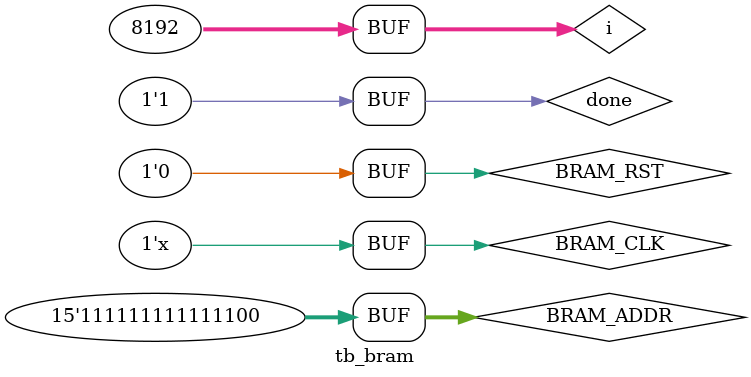
<source format=v>
`timescale 1ns / 1ps


module tb_bram();
    parameter integer BRAM_ADDR_WIDTH = 15;
    parameter INIT_FILE = "input.txt";
    parameter OUT_FILE = "output.txt";
    
    reg [BRAM_ADDR_WIDTH-1:0] BRAM_ADDR;
    reg BRAM_CLK;
    reg BRAM_RST;
//    reg [3:0] BRAM_WE_SRC;
    reg [31:0] BRAM_WRDATA;
    wire [31:0] BRAM_RDDATA;
    reg done;
    
    wire [31:0] temp;
    
    integer i;
    
    initial begin
        BRAM_CLK <= 1;
        BRAM_RST <= 0;
        done <= 0;
        #6;
        
        for(i=0;i<8192;i=i+1) begin
            BRAM_ADDR = 4*i;
            #6;
        end
        done = 1;
    end
    
    always #1 BRAM_CLK = ~BRAM_CLK;
    
    my_bram #(.BRAM_ADDR_WIDTH(15), .INIT_FILE(INIT_FILE), .OUT_FILE("output1.txt")) SRC (BRAM_ADDR, BRAM_CLK, BRAM_WRDATA, temp, 1, BRAM_RST, 4'b0000, done);
    my_bram #(.BRAM_ADDR_WIDTH(15), .INIT_FILE(""), .OUT_FILE("output2.txt")) DST (BRAM_ADDR, BRAM_CLK, temp, BRAM_RDDATA, 1, BRAM_RST, 4'b1111, done);
    
endmodule
</source>
